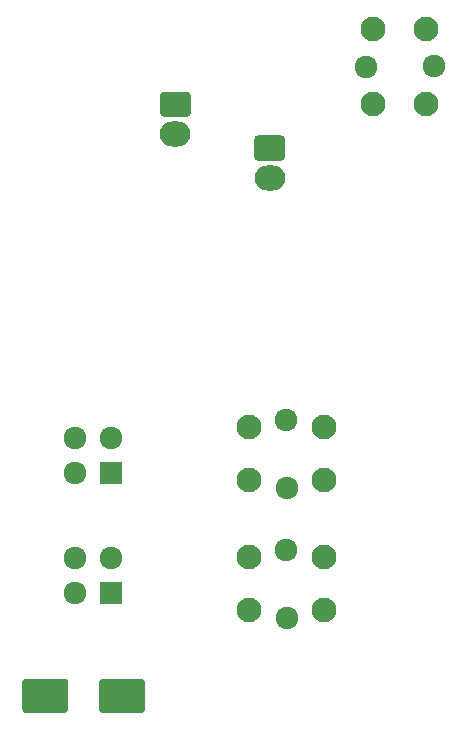
<source format=gbr>
G04 #@! TF.GenerationSoftware,KiCad,Pcbnew,(5.1.6)-1*
G04 #@! TF.CreationDate,2020-11-25T12:38:54+11:00*
G04 #@! TF.ProjectId,MasterModePushbutton,4d617374-6572-44d6-9f64-655075736862,rev?*
G04 #@! TF.SameCoordinates,Original*
G04 #@! TF.FileFunction,Soldermask,Bot*
G04 #@! TF.FilePolarity,Negative*
%FSLAX46Y46*%
G04 Gerber Fmt 4.6, Leading zero omitted, Abs format (unit mm)*
G04 Created by KiCad (PCBNEW (5.1.6)-1) date 2020-11-25 12:38:54*
%MOMM*%
%LPD*%
G01*
G04 APERTURE LIST*
%ADD10C,1.920000*%
%ADD11R,1.920000X1.920000*%
%ADD12C,1.924000*%
%ADD13C,2.100000*%
%ADD14O,2.590000X2.140000*%
G04 APERTURE END LIST*
D10*
X203468001Y-94705101D03*
X203468001Y-97705100D03*
X206468000Y-94705101D03*
D11*
X206468000Y-97705100D03*
D10*
X203471001Y-104865001D03*
X203471001Y-107865000D03*
X206471000Y-104865001D03*
D11*
X206471000Y-107865000D03*
G36*
G01*
X202884000Y-115392000D02*
X202884000Y-117712000D01*
G75*
G02*
X202594000Y-118002000I-290000J0D01*
G01*
X199274000Y-118002000D01*
G75*
G02*
X198984000Y-117712000I0J290000D01*
G01*
X198984000Y-115392000D01*
G75*
G02*
X199274000Y-115102000I290000J0D01*
G01*
X202594000Y-115102000D01*
G75*
G02*
X202884000Y-115392000I0J-290000D01*
G01*
G37*
G36*
G01*
X209384000Y-115392000D02*
X209384000Y-117712000D01*
G75*
G02*
X209094000Y-118002000I-290000J0D01*
G01*
X205774000Y-118002000D01*
G75*
G02*
X205484000Y-117712000I0J290000D01*
G01*
X205484000Y-115392000D01*
G75*
G02*
X205774000Y-115102000I290000J0D01*
G01*
X209094000Y-115102000D01*
G75*
G02*
X209384000Y-115392000I0J-290000D01*
G01*
G37*
D12*
X221367000Y-109973000D03*
X221327000Y-104182000D03*
D13*
X224502000Y-109262000D03*
X218152000Y-109262000D03*
X224502000Y-104817000D03*
X218152000Y-104817000D03*
D12*
X221367000Y-98949500D03*
X221327000Y-93158500D03*
D13*
X224502000Y-98238500D03*
X218152000Y-98238500D03*
X224502000Y-93793500D03*
X218152000Y-93793500D03*
D12*
X233850000Y-63262700D03*
X228059000Y-63302700D03*
D13*
X233139000Y-60127700D03*
X233139000Y-66477700D03*
X228694000Y-60127700D03*
X228694000Y-66477700D03*
D14*
X219930000Y-72711500D03*
G36*
G01*
X218942470Y-69101500D02*
X220917530Y-69101500D01*
G75*
G02*
X221225000Y-69408970I0J-307470D01*
G01*
X221225000Y-70934030D01*
G75*
G02*
X220917530Y-71241500I-307470J0D01*
G01*
X218942470Y-71241500D01*
G75*
G02*
X218635000Y-70934030I0J307470D01*
G01*
X218635000Y-69408970D01*
G75*
G02*
X218942470Y-69101500I307470J0D01*
G01*
G37*
X211955000Y-69003100D03*
G36*
G01*
X210967470Y-65393100D02*
X212942530Y-65393100D01*
G75*
G02*
X213250000Y-65700570I0J-307470D01*
G01*
X213250000Y-67225630D01*
G75*
G02*
X212942530Y-67533100I-307470J0D01*
G01*
X210967470Y-67533100D01*
G75*
G02*
X210660000Y-67225630I0J307470D01*
G01*
X210660000Y-65700570D01*
G75*
G02*
X210967470Y-65393100I307470J0D01*
G01*
G37*
M02*

</source>
